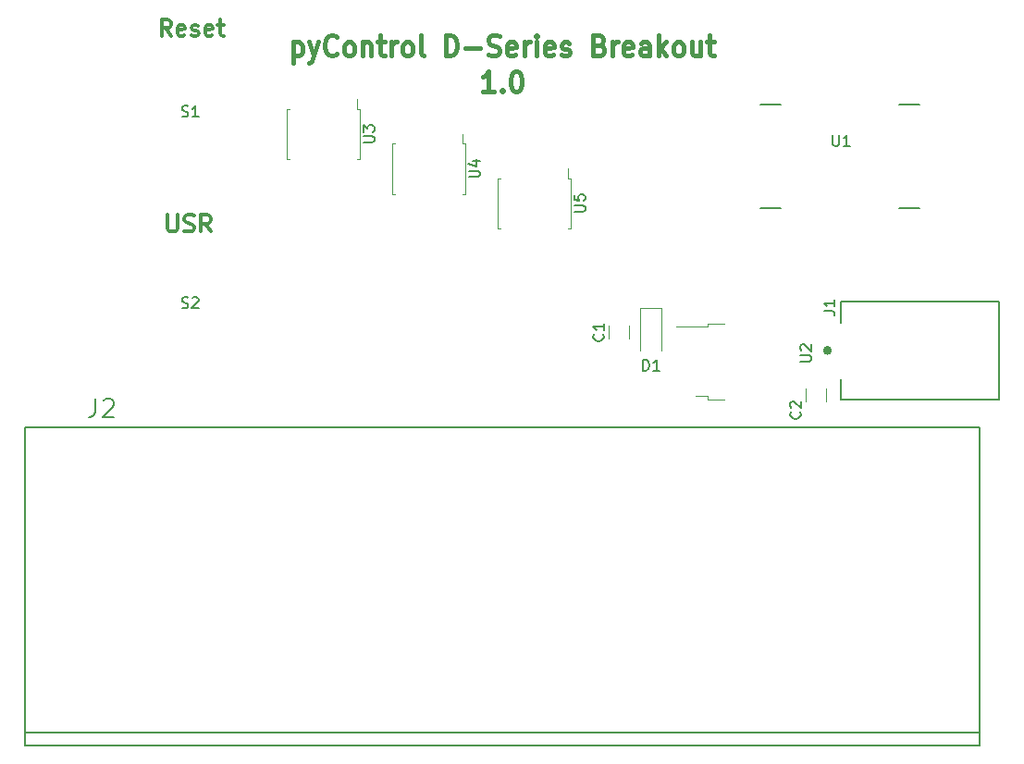
<source format=gbr>
G04 #@! TF.GenerationSoftware,KiCad,Pcbnew,(5.1.0-0)*
G04 #@! TF.CreationDate,2019-04-12T14:29:56-04:00*
G04 #@! TF.ProjectId,pyControl_DSeries,7079436f-6e74-4726-9f6c-5f4453657269,rev?*
G04 #@! TF.SameCoordinates,Original*
G04 #@! TF.FileFunction,Legend,Top*
G04 #@! TF.FilePolarity,Positive*
%FSLAX46Y46*%
G04 Gerber Fmt 4.6, Leading zero omitted, Abs format (unit mm)*
G04 Created by KiCad (PCBNEW (5.1.0-0)) date 2019-04-12 14:29:56*
%MOMM*%
%LPD*%
G04 APERTURE LIST*
%ADD10C,0.444500*%
%ADD11C,0.304800*%
%ADD12C,0.127000*%
%ADD13C,0.400000*%
%ADD14C,0.120000*%
%ADD15C,0.150000*%
%ADD16C,0.142240*%
G04 APERTURE END LIST*
D10*
X78020333Y-88618785D02*
X78020333Y-90523785D01*
X78020333Y-88709500D02*
X78189666Y-88618785D01*
X78528333Y-88618785D01*
X78697666Y-88709500D01*
X78782333Y-88800214D01*
X78867000Y-88981642D01*
X78867000Y-89525928D01*
X78782333Y-89707357D01*
X78697666Y-89798071D01*
X78528333Y-89888785D01*
X78189666Y-89888785D01*
X78020333Y-89798071D01*
X79459666Y-88618785D02*
X79883000Y-89888785D01*
X80306333Y-88618785D02*
X79883000Y-89888785D01*
X79713666Y-90342357D01*
X79629000Y-90433071D01*
X79459666Y-90523785D01*
X81999666Y-89707357D02*
X81915000Y-89798071D01*
X81661000Y-89888785D01*
X81491666Y-89888785D01*
X81237666Y-89798071D01*
X81068333Y-89616642D01*
X80983666Y-89435214D01*
X80899000Y-89072357D01*
X80899000Y-88800214D01*
X80983666Y-88437357D01*
X81068333Y-88255928D01*
X81237666Y-88074500D01*
X81491666Y-87983785D01*
X81661000Y-87983785D01*
X81915000Y-88074500D01*
X81999666Y-88165214D01*
X83015666Y-89888785D02*
X82846333Y-89798071D01*
X82761666Y-89707357D01*
X82677000Y-89525928D01*
X82677000Y-88981642D01*
X82761666Y-88800214D01*
X82846333Y-88709500D01*
X83015666Y-88618785D01*
X83269666Y-88618785D01*
X83439000Y-88709500D01*
X83523666Y-88800214D01*
X83608333Y-88981642D01*
X83608333Y-89525928D01*
X83523666Y-89707357D01*
X83439000Y-89798071D01*
X83269666Y-89888785D01*
X83015666Y-89888785D01*
X84370333Y-88618785D02*
X84370333Y-89888785D01*
X84370333Y-88800214D02*
X84455000Y-88709500D01*
X84624333Y-88618785D01*
X84878333Y-88618785D01*
X85047666Y-88709500D01*
X85132333Y-88890928D01*
X85132333Y-89888785D01*
X85725000Y-88618785D02*
X86402333Y-88618785D01*
X85979000Y-87983785D02*
X85979000Y-89616642D01*
X86063666Y-89798071D01*
X86233000Y-89888785D01*
X86402333Y-89888785D01*
X86995000Y-89888785D02*
X86995000Y-88618785D01*
X86995000Y-88981642D02*
X87079666Y-88800214D01*
X87164333Y-88709500D01*
X87333666Y-88618785D01*
X87503000Y-88618785D01*
X88349666Y-89888785D02*
X88180333Y-89798071D01*
X88095666Y-89707357D01*
X88011000Y-89525928D01*
X88011000Y-88981642D01*
X88095666Y-88800214D01*
X88180333Y-88709500D01*
X88349666Y-88618785D01*
X88603666Y-88618785D01*
X88773000Y-88709500D01*
X88857666Y-88800214D01*
X88942333Y-88981642D01*
X88942333Y-89525928D01*
X88857666Y-89707357D01*
X88773000Y-89798071D01*
X88603666Y-89888785D01*
X88349666Y-89888785D01*
X89958333Y-89888785D02*
X89789000Y-89798071D01*
X89704333Y-89616642D01*
X89704333Y-87983785D01*
X91990333Y-89888785D02*
X91990333Y-87983785D01*
X92413666Y-87983785D01*
X92667666Y-88074500D01*
X92837000Y-88255928D01*
X92921666Y-88437357D01*
X93006333Y-88800214D01*
X93006333Y-89072357D01*
X92921666Y-89435214D01*
X92837000Y-89616642D01*
X92667666Y-89798071D01*
X92413666Y-89888785D01*
X91990333Y-89888785D01*
X93768333Y-89163071D02*
X95123000Y-89163071D01*
X95885000Y-89798071D02*
X96139000Y-89888785D01*
X96562333Y-89888785D01*
X96731666Y-89798071D01*
X96816333Y-89707357D01*
X96901000Y-89525928D01*
X96901000Y-89344500D01*
X96816333Y-89163071D01*
X96731666Y-89072357D01*
X96562333Y-88981642D01*
X96223666Y-88890928D01*
X96054333Y-88800214D01*
X95969666Y-88709500D01*
X95885000Y-88528071D01*
X95885000Y-88346642D01*
X95969666Y-88165214D01*
X96054333Y-88074500D01*
X96223666Y-87983785D01*
X96647000Y-87983785D01*
X96901000Y-88074500D01*
X98340333Y-89798071D02*
X98171000Y-89888785D01*
X97832333Y-89888785D01*
X97663000Y-89798071D01*
X97578333Y-89616642D01*
X97578333Y-88890928D01*
X97663000Y-88709500D01*
X97832333Y-88618785D01*
X98171000Y-88618785D01*
X98340333Y-88709500D01*
X98425000Y-88890928D01*
X98425000Y-89072357D01*
X97578333Y-89253785D01*
X99187000Y-89888785D02*
X99187000Y-88618785D01*
X99187000Y-88981642D02*
X99271666Y-88800214D01*
X99356333Y-88709500D01*
X99525666Y-88618785D01*
X99695000Y-88618785D01*
X100287666Y-89888785D02*
X100287666Y-88618785D01*
X100287666Y-87983785D02*
X100203000Y-88074500D01*
X100287666Y-88165214D01*
X100372333Y-88074500D01*
X100287666Y-87983785D01*
X100287666Y-88165214D01*
X101811666Y-89798071D02*
X101642333Y-89888785D01*
X101303666Y-89888785D01*
X101134333Y-89798071D01*
X101049666Y-89616642D01*
X101049666Y-88890928D01*
X101134333Y-88709500D01*
X101303666Y-88618785D01*
X101642333Y-88618785D01*
X101811666Y-88709500D01*
X101896333Y-88890928D01*
X101896333Y-89072357D01*
X101049666Y-89253785D01*
X102573666Y-89798071D02*
X102743000Y-89888785D01*
X103081666Y-89888785D01*
X103251000Y-89798071D01*
X103335666Y-89616642D01*
X103335666Y-89525928D01*
X103251000Y-89344500D01*
X103081666Y-89253785D01*
X102827666Y-89253785D01*
X102658333Y-89163071D01*
X102573666Y-88981642D01*
X102573666Y-88890928D01*
X102658333Y-88709500D01*
X102827666Y-88618785D01*
X103081666Y-88618785D01*
X103251000Y-88709500D01*
X106045000Y-88890928D02*
X106299000Y-88981642D01*
X106383666Y-89072357D01*
X106468333Y-89253785D01*
X106468333Y-89525928D01*
X106383666Y-89707357D01*
X106299000Y-89798071D01*
X106129666Y-89888785D01*
X105452333Y-89888785D01*
X105452333Y-87983785D01*
X106045000Y-87983785D01*
X106214333Y-88074500D01*
X106299000Y-88165214D01*
X106383666Y-88346642D01*
X106383666Y-88528071D01*
X106299000Y-88709500D01*
X106214333Y-88800214D01*
X106045000Y-88890928D01*
X105452333Y-88890928D01*
X107230333Y-89888785D02*
X107230333Y-88618785D01*
X107230333Y-88981642D02*
X107315000Y-88800214D01*
X107399666Y-88709500D01*
X107569000Y-88618785D01*
X107738333Y-88618785D01*
X109008333Y-89798071D02*
X108839000Y-89888785D01*
X108500333Y-89888785D01*
X108331000Y-89798071D01*
X108246333Y-89616642D01*
X108246333Y-88890928D01*
X108331000Y-88709500D01*
X108500333Y-88618785D01*
X108839000Y-88618785D01*
X109008333Y-88709500D01*
X109093000Y-88890928D01*
X109093000Y-89072357D01*
X108246333Y-89253785D01*
X110617000Y-89888785D02*
X110617000Y-88890928D01*
X110532333Y-88709500D01*
X110363000Y-88618785D01*
X110024333Y-88618785D01*
X109855000Y-88709500D01*
X110617000Y-89798071D02*
X110447666Y-89888785D01*
X110024333Y-89888785D01*
X109855000Y-89798071D01*
X109770333Y-89616642D01*
X109770333Y-89435214D01*
X109855000Y-89253785D01*
X110024333Y-89163071D01*
X110447666Y-89163071D01*
X110617000Y-89072357D01*
X111463666Y-89888785D02*
X111463666Y-87983785D01*
X111633000Y-89163071D02*
X112141000Y-89888785D01*
X112141000Y-88618785D02*
X111463666Y-89344500D01*
X113157000Y-89888785D02*
X112987666Y-89798071D01*
X112903000Y-89707357D01*
X112818333Y-89525928D01*
X112818333Y-88981642D01*
X112903000Y-88800214D01*
X112987666Y-88709500D01*
X113157000Y-88618785D01*
X113411000Y-88618785D01*
X113580333Y-88709500D01*
X113665000Y-88800214D01*
X113749666Y-88981642D01*
X113749666Y-89525928D01*
X113665000Y-89707357D01*
X113580333Y-89798071D01*
X113411000Y-89888785D01*
X113157000Y-89888785D01*
X115273666Y-88618785D02*
X115273666Y-89888785D01*
X114511666Y-88618785D02*
X114511666Y-89616642D01*
X114596333Y-89798071D01*
X114765666Y-89888785D01*
X115019666Y-89888785D01*
X115189000Y-89798071D01*
X115273666Y-89707357D01*
X115866333Y-88618785D02*
X116543666Y-88618785D01*
X116120333Y-87983785D02*
X116120333Y-89616642D01*
X116205000Y-89798071D01*
X116374333Y-89888785D01*
X116543666Y-89888785D01*
X96393000Y-93190785D02*
X95377000Y-93190785D01*
X95885000Y-93190785D02*
X95885000Y-91285785D01*
X95715666Y-91557928D01*
X95546333Y-91739357D01*
X95377000Y-91830071D01*
X97155000Y-93009357D02*
X97239666Y-93100071D01*
X97155000Y-93190785D01*
X97070333Y-93100071D01*
X97155000Y-93009357D01*
X97155000Y-93190785D01*
X98340333Y-91285785D02*
X98509666Y-91285785D01*
X98679000Y-91376500D01*
X98763666Y-91467214D01*
X98848333Y-91648642D01*
X98933000Y-92011500D01*
X98933000Y-92465071D01*
X98848333Y-92827928D01*
X98763666Y-93009357D01*
X98679000Y-93100071D01*
X98509666Y-93190785D01*
X98340333Y-93190785D01*
X98171000Y-93100071D01*
X98086333Y-93009357D01*
X98001666Y-92827928D01*
X97917000Y-92465071D01*
X97917000Y-92011500D01*
X98001666Y-91648642D01*
X98086333Y-91467214D01*
X98171000Y-91376500D01*
X98340333Y-91285785D01*
D11*
X66820142Y-88065428D02*
X66312142Y-87339714D01*
X65949285Y-88065428D02*
X65949285Y-86541428D01*
X66529857Y-86541428D01*
X66675000Y-86614000D01*
X66747571Y-86686571D01*
X66820142Y-86831714D01*
X66820142Y-87049428D01*
X66747571Y-87194571D01*
X66675000Y-87267142D01*
X66529857Y-87339714D01*
X65949285Y-87339714D01*
X68053857Y-87992857D02*
X67908714Y-88065428D01*
X67618428Y-88065428D01*
X67473285Y-87992857D01*
X67400714Y-87847714D01*
X67400714Y-87267142D01*
X67473285Y-87122000D01*
X67618428Y-87049428D01*
X67908714Y-87049428D01*
X68053857Y-87122000D01*
X68126428Y-87267142D01*
X68126428Y-87412285D01*
X67400714Y-87557428D01*
X68707000Y-87992857D02*
X68852142Y-88065428D01*
X69142428Y-88065428D01*
X69287571Y-87992857D01*
X69360142Y-87847714D01*
X69360142Y-87775142D01*
X69287571Y-87630000D01*
X69142428Y-87557428D01*
X68924714Y-87557428D01*
X68779571Y-87484857D01*
X68707000Y-87339714D01*
X68707000Y-87267142D01*
X68779571Y-87122000D01*
X68924714Y-87049428D01*
X69142428Y-87049428D01*
X69287571Y-87122000D01*
X70593857Y-87992857D02*
X70448714Y-88065428D01*
X70158428Y-88065428D01*
X70013285Y-87992857D01*
X69940714Y-87847714D01*
X69940714Y-87267142D01*
X70013285Y-87122000D01*
X70158428Y-87049428D01*
X70448714Y-87049428D01*
X70593857Y-87122000D01*
X70666428Y-87267142D01*
X70666428Y-87412285D01*
X69940714Y-87557428D01*
X71101857Y-87049428D02*
X71682428Y-87049428D01*
X71319571Y-86541428D02*
X71319571Y-87847714D01*
X71392142Y-87992857D01*
X71537285Y-88065428D01*
X71682428Y-88065428D01*
X66529857Y-104448428D02*
X66529857Y-105682142D01*
X66602428Y-105827285D01*
X66675000Y-105899857D01*
X66820142Y-105972428D01*
X67110428Y-105972428D01*
X67255571Y-105899857D01*
X67328142Y-105827285D01*
X67400714Y-105682142D01*
X67400714Y-104448428D01*
X68053857Y-105899857D02*
X68271571Y-105972428D01*
X68634428Y-105972428D01*
X68779571Y-105899857D01*
X68852142Y-105827285D01*
X68924714Y-105682142D01*
X68924714Y-105537000D01*
X68852142Y-105391857D01*
X68779571Y-105319285D01*
X68634428Y-105246714D01*
X68344142Y-105174142D01*
X68199000Y-105101571D01*
X68126428Y-105029000D01*
X68053857Y-104883857D01*
X68053857Y-104738714D01*
X68126428Y-104593571D01*
X68199000Y-104521000D01*
X68344142Y-104448428D01*
X68707000Y-104448428D01*
X68924714Y-104521000D01*
X70448714Y-105972428D02*
X69940714Y-105246714D01*
X69577857Y-105972428D02*
X69577857Y-104448428D01*
X70158428Y-104448428D01*
X70303571Y-104521000D01*
X70376142Y-104593571D01*
X70448714Y-104738714D01*
X70448714Y-104956428D01*
X70376142Y-105101571D01*
X70303571Y-105174142D01*
X70158428Y-105246714D01*
X69577857Y-105246714D01*
D12*
X120741000Y-103820000D02*
X122591000Y-103820000D01*
X122591000Y-94300000D02*
X120741000Y-94300000D01*
X133441000Y-103820000D02*
X135291000Y-103820000D01*
X135291000Y-94300000D02*
X133441000Y-94300000D01*
X142605000Y-112340000D02*
X142605000Y-121340000D01*
X142605000Y-121340000D02*
X128105000Y-121340000D01*
X128105000Y-121340000D02*
X128105000Y-119490000D01*
X128105000Y-112340000D02*
X142605000Y-112340000D01*
X128105000Y-114290000D02*
X128105000Y-112340000D01*
D13*
X127105000Y-116840000D02*
G75*
G03X127105000Y-116840000I-200000J0D01*
G01*
D14*
X126767000Y-121503064D02*
X126767000Y-120298936D01*
X124947000Y-121503064D02*
X124947000Y-120298936D01*
X108733000Y-115791064D02*
X108733000Y-114586936D01*
X106913000Y-115791064D02*
X106913000Y-114586936D01*
D12*
X53467000Y-151828600D02*
X140843000Y-151828600D01*
X140843000Y-152971600D02*
X53467000Y-152971600D01*
X140843000Y-151828600D02*
X140843000Y-152971600D01*
X140843000Y-123888600D02*
X140843000Y-151828600D01*
X53467000Y-123888600D02*
X140843000Y-123888600D01*
X53467000Y-151828600D02*
X53467000Y-123888600D01*
X53467000Y-152971600D02*
X53467000Y-151828600D01*
D14*
X93484000Y-97003000D02*
X93484000Y-97893000D01*
X93484000Y-97893000D02*
X93784000Y-97893000D01*
X93784000Y-97893000D02*
X93784000Y-102513000D01*
X93784000Y-102513000D02*
X93484000Y-102513000D01*
X87364000Y-97893000D02*
X87064000Y-97893000D01*
X87064000Y-97893000D02*
X87064000Y-102513000D01*
X87064000Y-102513000D02*
X87364000Y-102513000D01*
X103136000Y-100178000D02*
X103136000Y-101068000D01*
X103136000Y-101068000D02*
X103436000Y-101068000D01*
X103436000Y-101068000D02*
X103436000Y-105688000D01*
X103436000Y-105688000D02*
X103136000Y-105688000D01*
X97016000Y-101068000D02*
X96716000Y-101068000D01*
X96716000Y-101068000D02*
X96716000Y-105688000D01*
X96716000Y-105688000D02*
X97016000Y-105688000D01*
X83832000Y-93828000D02*
X83832000Y-94718000D01*
X83832000Y-94718000D02*
X84132000Y-94718000D01*
X84132000Y-94718000D02*
X84132000Y-99338000D01*
X84132000Y-99338000D02*
X83832000Y-99338000D01*
X77712000Y-94718000D02*
X77412000Y-94718000D01*
X77412000Y-94718000D02*
X77412000Y-99338000D01*
X77412000Y-99338000D02*
X77712000Y-99338000D01*
X111744000Y-112989000D02*
X111744000Y-116839000D01*
X109744000Y-112989000D02*
X109744000Y-116839000D01*
X111744000Y-112989000D02*
X109744000Y-112989000D01*
X115929000Y-121035000D02*
X114829000Y-121035000D01*
X115929000Y-121305000D02*
X115929000Y-121035000D01*
X117429000Y-121305000D02*
X115929000Y-121305000D01*
X115929000Y-114675000D02*
X113099000Y-114675000D01*
X115929000Y-114405000D02*
X115929000Y-114675000D01*
X117429000Y-114405000D02*
X115929000Y-114405000D01*
D15*
X67818095Y-95400761D02*
X67960952Y-95448380D01*
X68199047Y-95448380D01*
X68294285Y-95400761D01*
X68341904Y-95353142D01*
X68389523Y-95257904D01*
X68389523Y-95162666D01*
X68341904Y-95067428D01*
X68294285Y-95019809D01*
X68199047Y-94972190D01*
X68008571Y-94924571D01*
X67913333Y-94876952D01*
X67865714Y-94829333D01*
X67818095Y-94734095D01*
X67818095Y-94638857D01*
X67865714Y-94543619D01*
X67913333Y-94496000D01*
X68008571Y-94448380D01*
X68246666Y-94448380D01*
X68389523Y-94496000D01*
X69341904Y-95448380D02*
X68770476Y-95448380D01*
X69056190Y-95448380D02*
X69056190Y-94448380D01*
X68960952Y-94591238D01*
X68865714Y-94686476D01*
X68770476Y-94734095D01*
X127396095Y-97130380D02*
X127396095Y-97939904D01*
X127443714Y-98035142D01*
X127491333Y-98082761D01*
X127586571Y-98130380D01*
X127777047Y-98130380D01*
X127872285Y-98082761D01*
X127919904Y-98035142D01*
X127967523Y-97939904D01*
X127967523Y-97130380D01*
X128967523Y-98130380D02*
X128396095Y-98130380D01*
X128681809Y-98130380D02*
X128681809Y-97130380D01*
X128586571Y-97273238D01*
X128491333Y-97368476D01*
X128396095Y-97416095D01*
X126579380Y-113236333D02*
X127293666Y-113236333D01*
X127436523Y-113283952D01*
X127531761Y-113379190D01*
X127579380Y-113522047D01*
X127579380Y-113617285D01*
X127579380Y-112236333D02*
X127579380Y-112807761D01*
X127579380Y-112522047D02*
X126579380Y-112522047D01*
X126722238Y-112617285D01*
X126817476Y-112712523D01*
X126865095Y-112807761D01*
X124394142Y-122467666D02*
X124441761Y-122515285D01*
X124489380Y-122658142D01*
X124489380Y-122753380D01*
X124441761Y-122896238D01*
X124346523Y-122991476D01*
X124251285Y-123039095D01*
X124060809Y-123086714D01*
X123917952Y-123086714D01*
X123727476Y-123039095D01*
X123632238Y-122991476D01*
X123537000Y-122896238D01*
X123489380Y-122753380D01*
X123489380Y-122658142D01*
X123537000Y-122515285D01*
X123584619Y-122467666D01*
X123584619Y-122086714D02*
X123537000Y-122039095D01*
X123489380Y-121943857D01*
X123489380Y-121705761D01*
X123537000Y-121610523D01*
X123584619Y-121562904D01*
X123679857Y-121515285D01*
X123775095Y-121515285D01*
X123917952Y-121562904D01*
X124489380Y-122134333D01*
X124489380Y-121515285D01*
X106360142Y-115355666D02*
X106407761Y-115403285D01*
X106455380Y-115546142D01*
X106455380Y-115641380D01*
X106407761Y-115784238D01*
X106312523Y-115879476D01*
X106217285Y-115927095D01*
X106026809Y-115974714D01*
X105883952Y-115974714D01*
X105693476Y-115927095D01*
X105598238Y-115879476D01*
X105503000Y-115784238D01*
X105455380Y-115641380D01*
X105455380Y-115546142D01*
X105503000Y-115403285D01*
X105550619Y-115355666D01*
X106455380Y-114403285D02*
X106455380Y-114974714D01*
X106455380Y-114689000D02*
X105455380Y-114689000D01*
X105598238Y-114784238D01*
X105693476Y-114879476D01*
X105741095Y-114974714D01*
D16*
X59905222Y-121270466D02*
X59905222Y-122476966D01*
X59824789Y-122718266D01*
X59663922Y-122879133D01*
X59422622Y-122959566D01*
X59261756Y-122959566D01*
X60629122Y-121431333D02*
X60709556Y-121350900D01*
X60870422Y-121270466D01*
X61272589Y-121270466D01*
X61433456Y-121350900D01*
X61513889Y-121431333D01*
X61594322Y-121592200D01*
X61594322Y-121753066D01*
X61513889Y-121994366D01*
X60548689Y-122959566D01*
X61594322Y-122959566D01*
D15*
X94076380Y-100964904D02*
X94885904Y-100964904D01*
X94981142Y-100917285D01*
X95028761Y-100869666D01*
X95076380Y-100774428D01*
X95076380Y-100583952D01*
X95028761Y-100488714D01*
X94981142Y-100441095D01*
X94885904Y-100393476D01*
X94076380Y-100393476D01*
X94409714Y-99488714D02*
X95076380Y-99488714D01*
X94028761Y-99726809D02*
X94743047Y-99964904D01*
X94743047Y-99345857D01*
X103728380Y-104139904D02*
X104537904Y-104139904D01*
X104633142Y-104092285D01*
X104680761Y-104044666D01*
X104728380Y-103949428D01*
X104728380Y-103758952D01*
X104680761Y-103663714D01*
X104633142Y-103616095D01*
X104537904Y-103568476D01*
X103728380Y-103568476D01*
X103728380Y-102616095D02*
X103728380Y-103092285D01*
X104204571Y-103139904D01*
X104156952Y-103092285D01*
X104109333Y-102997047D01*
X104109333Y-102758952D01*
X104156952Y-102663714D01*
X104204571Y-102616095D01*
X104299809Y-102568476D01*
X104537904Y-102568476D01*
X104633142Y-102616095D01*
X104680761Y-102663714D01*
X104728380Y-102758952D01*
X104728380Y-102997047D01*
X104680761Y-103092285D01*
X104633142Y-103139904D01*
X84424380Y-97789904D02*
X85233904Y-97789904D01*
X85329142Y-97742285D01*
X85376761Y-97694666D01*
X85424380Y-97599428D01*
X85424380Y-97408952D01*
X85376761Y-97313714D01*
X85329142Y-97266095D01*
X85233904Y-97218476D01*
X84424380Y-97218476D01*
X84424380Y-96837523D02*
X84424380Y-96218476D01*
X84805333Y-96551809D01*
X84805333Y-96408952D01*
X84852952Y-96313714D01*
X84900571Y-96266095D01*
X84995809Y-96218476D01*
X85233904Y-96218476D01*
X85329142Y-96266095D01*
X85376761Y-96313714D01*
X85424380Y-96408952D01*
X85424380Y-96694666D01*
X85376761Y-96789904D01*
X85329142Y-96837523D01*
X67818095Y-112926761D02*
X67960952Y-112974380D01*
X68199047Y-112974380D01*
X68294285Y-112926761D01*
X68341904Y-112879142D01*
X68389523Y-112783904D01*
X68389523Y-112688666D01*
X68341904Y-112593428D01*
X68294285Y-112545809D01*
X68199047Y-112498190D01*
X68008571Y-112450571D01*
X67913333Y-112402952D01*
X67865714Y-112355333D01*
X67818095Y-112260095D01*
X67818095Y-112164857D01*
X67865714Y-112069619D01*
X67913333Y-112022000D01*
X68008571Y-111974380D01*
X68246666Y-111974380D01*
X68389523Y-112022000D01*
X68770476Y-112069619D02*
X68818095Y-112022000D01*
X68913333Y-111974380D01*
X69151428Y-111974380D01*
X69246666Y-112022000D01*
X69294285Y-112069619D01*
X69341904Y-112164857D01*
X69341904Y-112260095D01*
X69294285Y-112402952D01*
X68722857Y-112974380D01*
X69341904Y-112974380D01*
X110005904Y-118689380D02*
X110005904Y-117689380D01*
X110244000Y-117689380D01*
X110386857Y-117737000D01*
X110482095Y-117832238D01*
X110529714Y-117927476D01*
X110577333Y-118117952D01*
X110577333Y-118260809D01*
X110529714Y-118451285D01*
X110482095Y-118546523D01*
X110386857Y-118641761D01*
X110244000Y-118689380D01*
X110005904Y-118689380D01*
X111529714Y-118689380D02*
X110958285Y-118689380D01*
X111244000Y-118689380D02*
X111244000Y-117689380D01*
X111148761Y-117832238D01*
X111053523Y-117927476D01*
X110958285Y-117975095D01*
X124420380Y-117855904D02*
X125229904Y-117855904D01*
X125325142Y-117808285D01*
X125372761Y-117760666D01*
X125420380Y-117665428D01*
X125420380Y-117474952D01*
X125372761Y-117379714D01*
X125325142Y-117332095D01*
X125229904Y-117284476D01*
X124420380Y-117284476D01*
X124515619Y-116855904D02*
X124468000Y-116808285D01*
X124420380Y-116713047D01*
X124420380Y-116474952D01*
X124468000Y-116379714D01*
X124515619Y-116332095D01*
X124610857Y-116284476D01*
X124706095Y-116284476D01*
X124848952Y-116332095D01*
X125420380Y-116903523D01*
X125420380Y-116284476D01*
M02*

</source>
